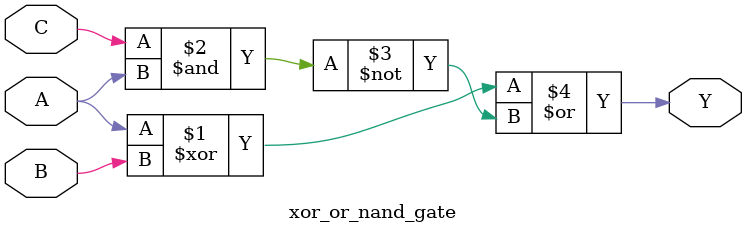
<source format=sv>
module xor_or_nand_gate (
    input wire A, B, C,   // 输入A, B, C
    output wire Y         // 输出Y
);
    assign Y = (A ^ B) | ~(C & A);  // 异或、或和与非组合
endmodule

</source>
